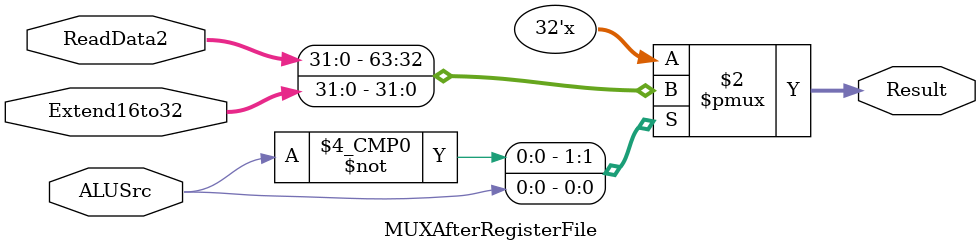
<source format=v>
module MUXAfterRegisterFile (ALUSrc, ReadData2, Extend16to32, Result);
      
      input ALUSrc;
      input [31:0] ReadData2,Extend16to32;

	output reg [31:0] Result;
	
	always @(ALUSrc, ReadData2, Extend16to32) 
      begin
		case (ALUSrc)
			0: Result = ReadData2 ;
			1: Result = Extend16to32;
		endcase
	end

endmodule
</source>
